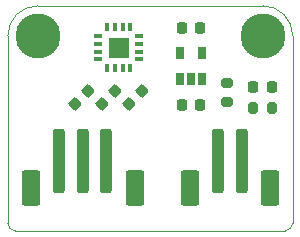
<source format=gbr>
%TF.GenerationSoftware,KiCad,Pcbnew,5.99.0-unknown-0e3b001c51~134~ubuntu20.04.1*%
%TF.CreationDate,2021-11-30T16:29:57+01:00*%
%TF.ProjectId,accelerometer,61636365-6c65-4726-9f6d-657465722e6b,0.0.1*%
%TF.SameCoordinates,Original*%
%TF.FileFunction,Soldermask,Top*%
%TF.FilePolarity,Negative*%
%FSLAX46Y46*%
G04 Gerber Fmt 4.6, Leading zero omitted, Abs format (unit mm)*
G04 Created by KiCad (PCBNEW 5.99.0-unknown-0e3b001c51~134~ubuntu20.04.1) date 2021-11-30 16:29:57*
%MOMM*%
%LPD*%
G01*
G04 APERTURE LIST*
G04 Aperture macros list*
%AMRoundRect*
0 Rectangle with rounded corners*
0 $1 Rounding radius*
0 $2 $3 $4 $5 $6 $7 $8 $9 X,Y pos of 4 corners*
0 Add a 4 corners polygon primitive as box body*
4,1,4,$2,$3,$4,$5,$6,$7,$8,$9,$2,$3,0*
0 Add four circle primitives for the rounded corners*
1,1,$1+$1,$2,$3*
1,1,$1+$1,$4,$5*
1,1,$1+$1,$6,$7*
1,1,$1+$1,$8,$9*
0 Add four rect primitives between the rounded corners*
20,1,$1+$1,$2,$3,$4,$5,0*
20,1,$1+$1,$4,$5,$6,$7,0*
20,1,$1+$1,$6,$7,$8,$9,0*
20,1,$1+$1,$8,$9,$2,$3,0*%
G04 Aperture macros list end*
%TA.AperFunction,Profile*%
%ADD10C,0.100000*%
%TD*%
%ADD11C,3.800000*%
%ADD12RoundRect,0.200000X0.275000X-0.200000X0.275000X0.200000X-0.275000X0.200000X-0.275000X-0.200000X0*%
%ADD13R,0.650000X1.060000*%
%ADD14RoundRect,0.250000X0.250000X2.500000X-0.250000X2.500000X-0.250000X-2.500000X0.250000X-2.500000X0*%
%ADD15RoundRect,0.250000X0.550000X1.250000X-0.550000X1.250000X-0.550000X-1.250000X0.550000X-1.250000X0*%
%ADD16RoundRect,0.225000X0.017678X-0.335876X0.335876X-0.017678X-0.017678X0.335876X-0.335876X0.017678X0*%
%ADD17RoundRect,0.225000X-0.017678X0.335876X-0.335876X0.017678X0.017678X-0.335876X0.335876X-0.017678X0*%
%ADD18RoundRect,0.225000X-0.225000X-0.250000X0.225000X-0.250000X0.225000X0.250000X-0.225000X0.250000X0*%
%ADD19RoundRect,0.218750X0.218750X0.256250X-0.218750X0.256250X-0.218750X-0.256250X0.218750X-0.256250X0*%
%ADD20R,1.750000X1.750000*%
%ADD21R,0.370000X0.650000*%
%ADD22R,0.650000X0.370000*%
%ADD23RoundRect,0.200000X-0.200000X-0.275000X0.200000X-0.275000X0.200000X0.275000X-0.200000X0.275000X0*%
G04 APERTURE END LIST*
D10*
X158115000Y-87503000D02*
G75*
G03*
X155575000Y-84963000I-2540000J0D01*
G01*
X133985000Y-103378000D02*
X133985000Y-87503000D01*
X158115000Y-103378000D02*
X158115000Y-87503000D01*
X133985000Y-103378000D02*
G75*
G03*
X134620000Y-104013000I635000J0D01*
G01*
X136525000Y-84963000D02*
G75*
G03*
X133985000Y-87503000I0J-2540000D01*
G01*
X155575000Y-84963000D02*
X136525000Y-84963000D01*
X158115000Y-103378000D02*
G75*
G02*
X157480000Y-104013000I-635000J0D01*
G01*
X134620000Y-104013000D02*
X157480000Y-104013000D01*
D11*
%TO.C,H3*%
X155575000Y-87503000D03*
%TD*%
D12*
%TO.C,R2*%
X152527000Y-93154000D03*
X152527000Y-91504000D03*
%TD*%
D13*
%TO.C,U2*%
X148529000Y-91143000D03*
X149479000Y-91143000D03*
X150429000Y-91143000D03*
X150429000Y-88943000D03*
X148529000Y-88943000D03*
%TD*%
D14*
%TO.C,J1*%
X153780000Y-98128000D03*
X151780000Y-98128000D03*
D15*
X149380000Y-100378000D03*
X156180000Y-100378000D03*
%TD*%
D14*
%TO.C,J2*%
X142335000Y-98128000D03*
X140335000Y-98128000D03*
X138335000Y-98128000D03*
D15*
X144735000Y-100378000D03*
X135935000Y-100378000D03*
%TD*%
D16*
%TO.C,C1*%
X144231992Y-93258008D03*
X145328008Y-92161992D03*
%TD*%
D17*
%TO.C,C2*%
X143042008Y-92161992D03*
X141945992Y-93258008D03*
%TD*%
D18*
%TO.C,C4*%
X148704000Y-93345000D03*
X150254000Y-93345000D03*
%TD*%
D19*
%TO.C,D1*%
X156362500Y-91821000D03*
X154787500Y-91821000D03*
%TD*%
D11*
%TO.C,H4*%
X136525000Y-87503000D03*
%TD*%
D17*
%TO.C,C3*%
X140756008Y-92161992D03*
X139659992Y-93258008D03*
%TD*%
D20*
%TO.C,U1*%
X143383000Y-88519000D03*
D21*
X144358000Y-86769000D03*
X143708000Y-86769000D03*
X143058000Y-86769000D03*
X142408000Y-86769000D03*
D22*
X141633000Y-87544000D03*
X141633000Y-88194000D03*
X141633000Y-88844000D03*
X141633000Y-89494000D03*
D21*
X142408000Y-90269000D03*
X143058000Y-90269000D03*
X143708000Y-90269000D03*
X144358000Y-90269000D03*
D22*
X145133000Y-89494000D03*
X145133000Y-88844000D03*
X145133000Y-88194000D03*
X145133000Y-87544000D03*
%TD*%
D23*
%TO.C,R1*%
X154750000Y-93599000D03*
X156400000Y-93599000D03*
%TD*%
D18*
%TO.C,C5*%
X148704000Y-86868000D03*
X150254000Y-86868000D03*
%TD*%
M02*

</source>
